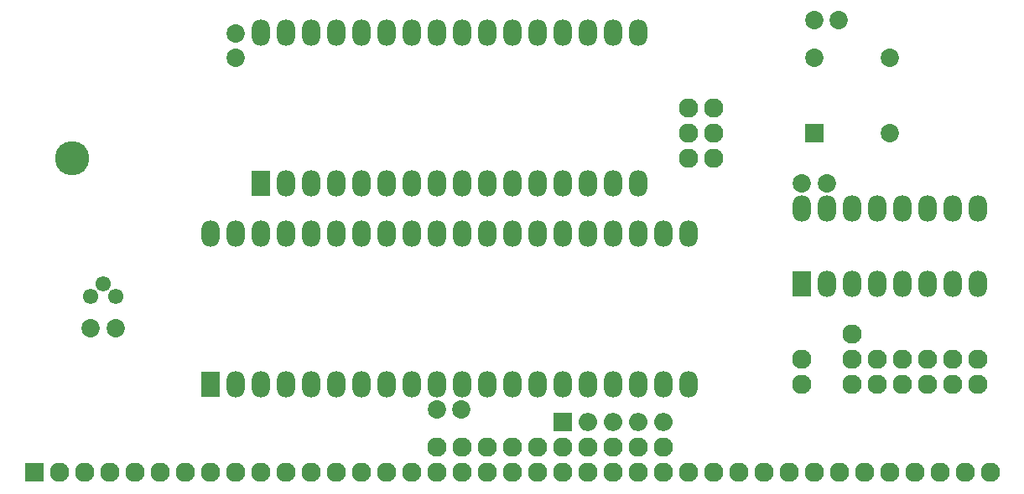
<source format=gbr>
%TF.GenerationSoftware,KiCad,Pcbnew,(5.1.6)-1*%
%TF.CreationDate,2020-11-22T17:12:32-08:00*%
%TF.ProjectId,rc-z80ram,72632d7a-3830-4726-916d-2e6b69636164,rev?*%
%TF.SameCoordinates,PX9157080PY9071968*%
%TF.FileFunction,Soldermask,Bot*%
%TF.FilePolarity,Negative*%
%FSLAX46Y46*%
G04 Gerber Fmt 4.6, Leading zero omitted, Abs format (unit mm)*
G04 Created by KiCad (PCBNEW (5.1.6)-1) date 2020-11-22 17:12:32*
%MOMM*%
%LPD*%
G01*
G04 APERTURE LIST*
%ADD10O,1.854000X1.854000*%
%ADD11R,1.854000X1.854000*%
%ADD12O,1.854000X2.654000*%
%ADD13R,1.854000X2.654000*%
%ADD14O,1.954000X1.954000*%
%ADD15C,1.954000*%
%ADD16C,1.854000*%
%ADD17C,1.554000*%
%ADD18R,1.954000X1.954000*%
%ADD19C,3.454000*%
G04 APERTURE END LIST*
D10*
%TO.C,RN1*%
X64770000Y6680200D03*
X62230000Y6680200D03*
X59690000Y6680200D03*
X57150000Y6680200D03*
D11*
X54610000Y6680200D03*
%TD*%
D12*
%TO.C,U4*%
X78740000Y28270200D03*
X96520000Y20650200D03*
X81280000Y28270200D03*
X93980000Y20650200D03*
X83820000Y28270200D03*
X91440000Y20650200D03*
X86360000Y28270200D03*
X88900000Y20650200D03*
X88900000Y28270200D03*
X86360000Y20650200D03*
X91440000Y28270200D03*
X83820000Y20650200D03*
X93980000Y28270200D03*
X81280000Y20650200D03*
X96520000Y28270200D03*
D13*
X78740000Y20650200D03*
%TD*%
D14*
%TO.C,JP5*%
X96520000Y13030200D03*
X96520000Y10490200D03*
X93980000Y13030200D03*
X93980000Y10490200D03*
X91440000Y13030200D03*
X91440000Y10490200D03*
X88900000Y13030200D03*
X88900000Y10490200D03*
X86360000Y13030200D03*
D15*
X86360000Y10490200D03*
%TD*%
D14*
%TO.C,JP4*%
X83820000Y10490200D03*
X83820000Y13030200D03*
D15*
X83820000Y15570200D03*
%TD*%
D16*
%TO.C,C4*%
X78780000Y30810200D03*
X81280000Y30810200D03*
%TD*%
%TO.C,X1*%
X87630000Y35890200D03*
X87630000Y43510200D03*
X80010000Y43510200D03*
D11*
X80010000Y35890200D03*
%TD*%
D17*
%TO.C,U3*%
X6985000Y19380200D03*
X9525000Y19380200D03*
X8255000Y20650200D03*
%TD*%
D14*
%TO.C,JP3*%
X78740000Y10490200D03*
D15*
X78740000Y13030200D03*
%TD*%
%TO.C,JP2*%
X69850000Y38430200D03*
D14*
X69850000Y35890200D03*
X69850000Y33350200D03*
%TD*%
%TO.C,JP1*%
X67310000Y33350200D03*
X67310000Y35890200D03*
D15*
X67310000Y38430200D03*
%TD*%
D16*
%TO.C,C5*%
X9485000Y16205200D03*
X6985000Y16205200D03*
%TD*%
%TO.C,C1*%
X44410000Y7950200D03*
X41910000Y7950200D03*
%TD*%
%TO.C,C2*%
X21590000Y46010200D03*
X21590000Y43510200D03*
%TD*%
%TO.C,C3*%
X82510000Y47320200D03*
X80010000Y47320200D03*
%TD*%
D12*
%TO.C,U2*%
X24130000Y46050200D03*
X62230000Y30810200D03*
X26670000Y46050200D03*
X59690000Y30810200D03*
X29210000Y46050200D03*
X57150000Y30810200D03*
X31750000Y46050200D03*
X54610000Y30810200D03*
X34290000Y46050200D03*
X52070000Y30810200D03*
X36830000Y46050200D03*
X49530000Y30810200D03*
X39370000Y46050200D03*
X46990000Y30810200D03*
X41910000Y46050200D03*
X44450000Y30810200D03*
X44450000Y46050200D03*
X41910000Y30810200D03*
X46990000Y46050200D03*
X39370000Y30810200D03*
X49530000Y46050200D03*
X36830000Y30810200D03*
X52070000Y46050200D03*
X34290000Y30810200D03*
X54610000Y46050200D03*
X31750000Y30810200D03*
X57150000Y46050200D03*
X29210000Y30810200D03*
X59690000Y46050200D03*
X26670000Y30810200D03*
X62230000Y46050200D03*
D13*
X24130000Y30810200D03*
%TD*%
D12*
%TO.C,U1*%
X19050000Y25730200D03*
X67310000Y10490200D03*
X21590000Y25730200D03*
X64770000Y10490200D03*
X24130000Y25730200D03*
X62230000Y10490200D03*
X26670000Y25730200D03*
X59690000Y10490200D03*
X29210000Y25730200D03*
X57150000Y10490200D03*
X31750000Y25730200D03*
X54610000Y10490200D03*
X34290000Y25730200D03*
X52070000Y10490200D03*
X36830000Y25730200D03*
X49530000Y10490200D03*
X39370000Y25730200D03*
X46990000Y10490200D03*
X41910000Y25730200D03*
X44450000Y10490200D03*
X44450000Y25730200D03*
X41910000Y10490200D03*
X46990000Y25730200D03*
X39370000Y10490200D03*
X49530000Y25730200D03*
X36830000Y10490200D03*
X52070000Y25730200D03*
X34290000Y10490200D03*
X54610000Y25730200D03*
X31750000Y10490200D03*
X57150000Y25730200D03*
X29210000Y10490200D03*
X59690000Y25730200D03*
X26670000Y10490200D03*
X62230000Y25730200D03*
X24130000Y10490200D03*
X64770000Y25730200D03*
X21590000Y10490200D03*
X67310000Y25730200D03*
D13*
X19050000Y10490200D03*
%TD*%
D14*
%TO.C,J2*%
X64770000Y4140200D03*
X62230000Y4140200D03*
X59690000Y4140200D03*
X57150000Y4140200D03*
X54610000Y4140200D03*
X52070000Y4140200D03*
X49530000Y4140200D03*
X46990000Y4140200D03*
X44450000Y4140200D03*
D15*
X41910000Y4140200D03*
%TD*%
D14*
%TO.C,J1*%
X97790000Y1600200D03*
X95250000Y1600200D03*
X92710000Y1600200D03*
X90170000Y1600200D03*
X87630000Y1600200D03*
X85090000Y1600200D03*
X82550000Y1600200D03*
X80010000Y1600200D03*
X77470000Y1600200D03*
X74930000Y1600200D03*
X72390000Y1600200D03*
X69850000Y1600200D03*
X67310000Y1600200D03*
X64770000Y1600200D03*
X62230000Y1600200D03*
X59690000Y1600200D03*
X57150000Y1600200D03*
X54610000Y1600200D03*
X52070000Y1600200D03*
X49530000Y1600200D03*
X46990000Y1600200D03*
X44450000Y1600200D03*
X41910000Y1600200D03*
X39370000Y1600200D03*
X36830000Y1600200D03*
X34290000Y1600200D03*
X31750000Y1600200D03*
X29210000Y1600200D03*
X26670000Y1600200D03*
X24130000Y1600200D03*
X21590000Y1600200D03*
X19050000Y1600200D03*
X16510000Y1600200D03*
X13970000Y1600200D03*
X11430000Y1600200D03*
X8890000Y1600200D03*
X6350000Y1600200D03*
X3810000Y1600200D03*
D18*
X1270000Y1600200D03*
%TD*%
D19*
%TO.C,*%
X5080000Y33350200D03*
%TD*%
M02*

</source>
